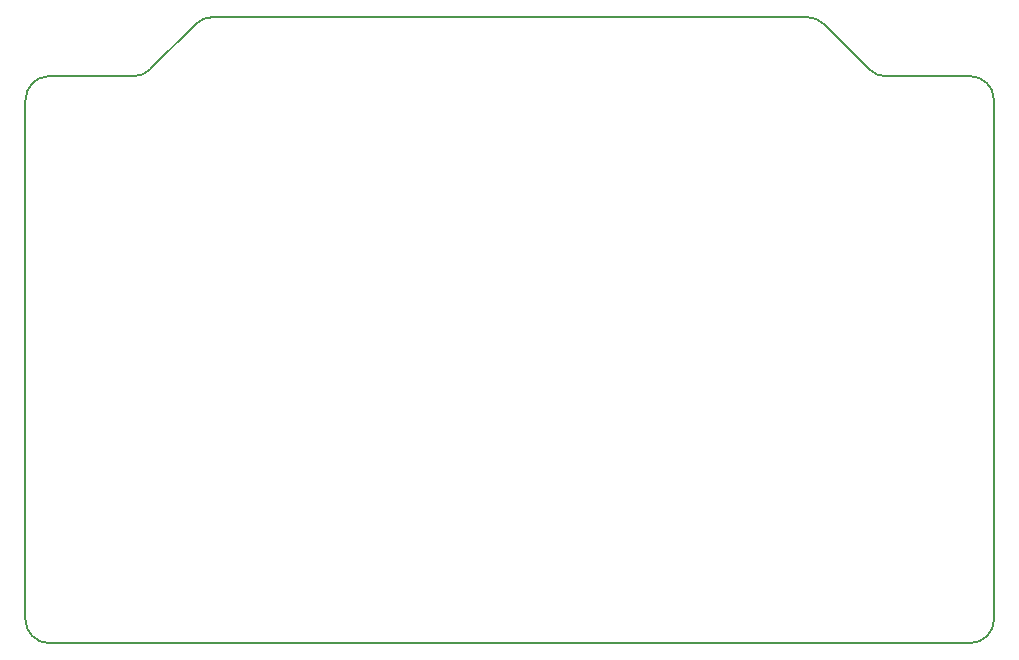
<source format=gbr>
%TF.GenerationSoftware,KiCad,Pcbnew,(5.1.10)-1*%
%TF.CreationDate,2022-04-27T21:55:14-04:00*%
%TF.ProjectId,Macintosh II Video Breakout,4d616369-6e74-46f7-9368-204949205669,rev?*%
%TF.SameCoordinates,Original*%
%TF.FileFunction,Profile,NP*%
%FSLAX46Y46*%
G04 Gerber Fmt 4.6, Leading zero omitted, Abs format (unit mm)*
G04 Created by KiCad (PCBNEW (5.1.10)-1) date 2022-04-27 21:55:14*
%MOMM*%
%LPD*%
G01*
G04 APERTURE LIST*
%TA.AperFunction,Profile*%
%ADD10C,0.200000*%
%TD*%
G04 APERTURE END LIST*
D10*
X58414213Y-47585786D02*
G75*
G02*
X59828427Y-47000000I1414214J-1414214D01*
G01*
X53171572Y-52000000D02*
X45999999Y-52000000D01*
X110171572Y-47000000D02*
X59828427Y-47000000D01*
X116828427Y-52000001D02*
G75*
G02*
X115414213Y-51414214I0J2000001D01*
G01*
X110171573Y-47000000D02*
G75*
G02*
X111585786Y-47585787I-1J-2000000D01*
G01*
X45999998Y-100000000D02*
G75*
G02*
X44000000Y-98000000I1J1999999D01*
G01*
X44000000Y-54000000D02*
X44000000Y-98000000D01*
X44000000Y-54000001D02*
G75*
G02*
X45999999Y-52000000I2000000J1D01*
G01*
X54585786Y-51414214D02*
G75*
G02*
X53171572Y-52000000I-1414214J1414214D01*
G01*
X124000000Y-52000000D02*
G75*
G02*
X126000000Y-54000000I0J-2000000D01*
G01*
X126000000Y-98000001D02*
X126000000Y-54000000D01*
X58414213Y-47585787D02*
X54585786Y-51414214D01*
X124000000Y-52000000D02*
X116828427Y-52000000D01*
X125999999Y-98000001D02*
G75*
G02*
X124000000Y-100000000I-1999999J0D01*
G01*
X115414213Y-51414214D02*
X111585786Y-47585787D01*
X46000000Y-100000000D02*
X124000000Y-100000000D01*
X125999999Y-98000001D02*
G75*
G02*
X124000000Y-100000000I-1999999J0D01*
G01*
M02*

</source>
